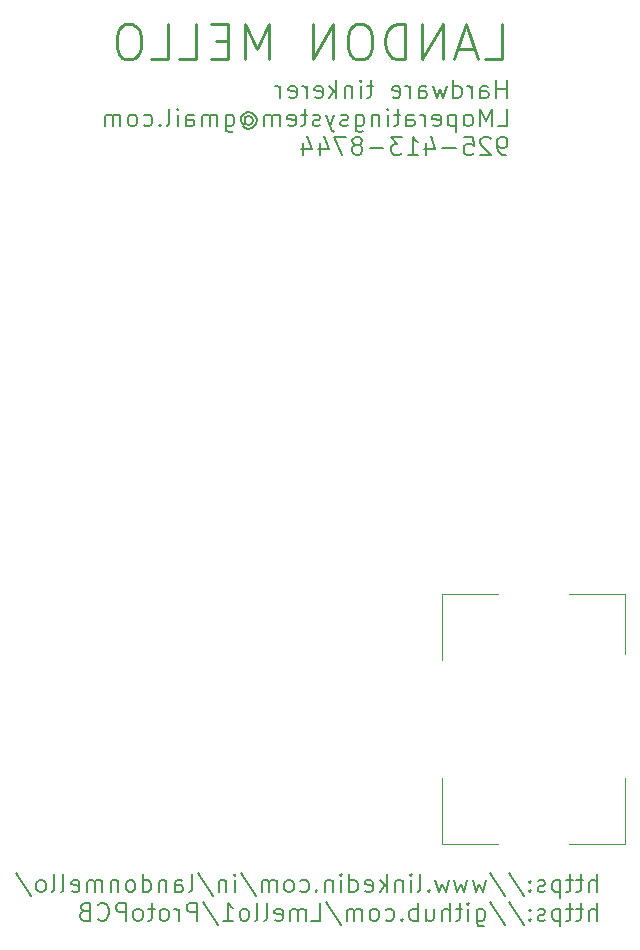
<source format=gbr>
%TF.GenerationSoftware,KiCad,Pcbnew,(6.0.5)*%
%TF.CreationDate,2022-08-28T18:04:00-07:00*%
%TF.ProjectId,PCBbuscard,50434262-7573-4636-9172-642e6b696361,rev?*%
%TF.SameCoordinates,Original*%
%TF.FileFunction,Legend,Bot*%
%TF.FilePolarity,Positive*%
%FSLAX46Y46*%
G04 Gerber Fmt 4.6, Leading zero omitted, Abs format (unit mm)*
G04 Created by KiCad (PCBNEW (6.0.5)) date 2022-08-28 18:04:00*
%MOMM*%
%LPD*%
G01*
G04 APERTURE LIST*
%ADD10C,0.250000*%
%ADD11C,0.150000*%
%ADD12C,0.254000*%
%ADD13C,0.100000*%
%ADD14C,2.200000*%
%ADD15C,17.800000*%
%ADD16R,5.100000X2.500000*%
%ADD17R,1.000000X1.000000*%
G04 APERTURE END LIST*
D10*
X175494642Y-52157142D02*
X176923214Y-52157142D01*
X176923214Y-49157142D01*
X174637500Y-51300000D02*
X173208928Y-51300000D01*
X174923214Y-52157142D02*
X173923214Y-49157142D01*
X172923214Y-52157142D01*
X171923214Y-52157142D02*
X171923214Y-49157142D01*
X170208928Y-52157142D01*
X170208928Y-49157142D01*
X168780357Y-52157142D02*
X168780357Y-49157142D01*
X168066071Y-49157142D01*
X167637500Y-49300000D01*
X167351785Y-49585714D01*
X167208928Y-49871428D01*
X167066071Y-50442857D01*
X167066071Y-50871428D01*
X167208928Y-51442857D01*
X167351785Y-51728571D01*
X167637500Y-52014285D01*
X168066071Y-52157142D01*
X168780357Y-52157142D01*
X165208928Y-49157142D02*
X164637500Y-49157142D01*
X164351785Y-49300000D01*
X164066071Y-49585714D01*
X163923214Y-50157142D01*
X163923214Y-51157142D01*
X164066071Y-51728571D01*
X164351785Y-52014285D01*
X164637500Y-52157142D01*
X165208928Y-52157142D01*
X165494642Y-52014285D01*
X165780357Y-51728571D01*
X165923214Y-51157142D01*
X165923214Y-50157142D01*
X165780357Y-49585714D01*
X165494642Y-49300000D01*
X165208928Y-49157142D01*
X162637500Y-52157142D02*
X162637500Y-49157142D01*
X160923214Y-52157142D01*
X160923214Y-49157142D01*
X157208928Y-52157142D02*
X157208928Y-49157142D01*
X156208928Y-51300000D01*
X155208928Y-49157142D01*
X155208928Y-52157142D01*
X153780357Y-50585714D02*
X152780357Y-50585714D01*
X152351785Y-52157142D02*
X153780357Y-52157142D01*
X153780357Y-49157142D01*
X152351785Y-49157142D01*
X149637500Y-52157142D02*
X151066071Y-52157142D01*
X151066071Y-49157142D01*
X147208928Y-52157142D02*
X148637500Y-52157142D01*
X148637500Y-49157142D01*
X145637500Y-49157142D02*
X145066071Y-49157142D01*
X144780357Y-49300000D01*
X144494642Y-49585714D01*
X144351785Y-50157142D01*
X144351785Y-51157142D01*
X144494642Y-51728571D01*
X144780357Y-52014285D01*
X145066071Y-52157142D01*
X145637500Y-52157142D01*
X145923214Y-52014285D01*
X146208928Y-51728571D01*
X146351785Y-51157142D01*
X146351785Y-50157142D01*
X146208928Y-49585714D01*
X145923214Y-49300000D01*
X145637500Y-49157142D01*
D11*
X184965357Y-122661071D02*
X184965357Y-121161071D01*
X184322500Y-122661071D02*
X184322500Y-121875357D01*
X184393928Y-121732500D01*
X184536785Y-121661071D01*
X184751071Y-121661071D01*
X184893928Y-121732500D01*
X184965357Y-121803928D01*
X183822500Y-121661071D02*
X183251071Y-121661071D01*
X183608214Y-121161071D02*
X183608214Y-122446785D01*
X183536785Y-122589642D01*
X183393928Y-122661071D01*
X183251071Y-122661071D01*
X182965357Y-121661071D02*
X182393928Y-121661071D01*
X182751071Y-121161071D02*
X182751071Y-122446785D01*
X182679642Y-122589642D01*
X182536785Y-122661071D01*
X182393928Y-122661071D01*
X181893928Y-121661071D02*
X181893928Y-123161071D01*
X181893928Y-121732500D02*
X181751071Y-121661071D01*
X181465357Y-121661071D01*
X181322500Y-121732500D01*
X181251071Y-121803928D01*
X181179642Y-121946785D01*
X181179642Y-122375357D01*
X181251071Y-122518214D01*
X181322500Y-122589642D01*
X181465357Y-122661071D01*
X181751071Y-122661071D01*
X181893928Y-122589642D01*
X180608214Y-122589642D02*
X180465357Y-122661071D01*
X180179642Y-122661071D01*
X180036785Y-122589642D01*
X179965357Y-122446785D01*
X179965357Y-122375357D01*
X180036785Y-122232500D01*
X180179642Y-122161071D01*
X180393928Y-122161071D01*
X180536785Y-122089642D01*
X180608214Y-121946785D01*
X180608214Y-121875357D01*
X180536785Y-121732500D01*
X180393928Y-121661071D01*
X180179642Y-121661071D01*
X180036785Y-121732500D01*
X179322500Y-122518214D02*
X179251071Y-122589642D01*
X179322500Y-122661071D01*
X179393928Y-122589642D01*
X179322500Y-122518214D01*
X179322500Y-122661071D01*
X179322500Y-121732500D02*
X179251071Y-121803928D01*
X179322500Y-121875357D01*
X179393928Y-121803928D01*
X179322500Y-121732500D01*
X179322500Y-121875357D01*
X177536785Y-121089642D02*
X178822500Y-123018214D01*
X175965357Y-121089642D02*
X177251071Y-123018214D01*
X175608214Y-121661071D02*
X175322499Y-122661071D01*
X175036785Y-121946785D01*
X174751071Y-122661071D01*
X174465357Y-121661071D01*
X174036785Y-121661071D02*
X173751071Y-122661071D01*
X173465357Y-121946785D01*
X173179642Y-122661071D01*
X172893928Y-121661071D01*
X172465357Y-121661071D02*
X172179642Y-122661071D01*
X171893928Y-121946785D01*
X171608214Y-122661071D01*
X171322499Y-121661071D01*
X170751071Y-122518214D02*
X170679642Y-122589642D01*
X170751071Y-122661071D01*
X170822499Y-122589642D01*
X170751071Y-122518214D01*
X170751071Y-122661071D01*
X169822499Y-122661071D02*
X169965357Y-122589642D01*
X170036785Y-122446785D01*
X170036785Y-121161071D01*
X169251071Y-122661071D02*
X169251071Y-121661071D01*
X169251071Y-121161071D02*
X169322499Y-121232500D01*
X169251071Y-121303928D01*
X169179642Y-121232500D01*
X169251071Y-121161071D01*
X169251071Y-121303928D01*
X168536785Y-121661071D02*
X168536785Y-122661071D01*
X168536785Y-121803928D02*
X168465357Y-121732500D01*
X168322499Y-121661071D01*
X168108214Y-121661071D01*
X167965357Y-121732500D01*
X167893928Y-121875357D01*
X167893928Y-122661071D01*
X167179642Y-122661071D02*
X167179642Y-121161071D01*
X167036785Y-122089642D02*
X166608214Y-122661071D01*
X166608214Y-121661071D02*
X167179642Y-122232500D01*
X165393928Y-122589642D02*
X165536785Y-122661071D01*
X165822499Y-122661071D01*
X165965357Y-122589642D01*
X166036785Y-122446785D01*
X166036785Y-121875357D01*
X165965357Y-121732500D01*
X165822499Y-121661071D01*
X165536785Y-121661071D01*
X165393928Y-121732500D01*
X165322499Y-121875357D01*
X165322499Y-122018214D01*
X166036785Y-122161071D01*
X164036785Y-122661071D02*
X164036785Y-121161071D01*
X164036785Y-122589642D02*
X164179642Y-122661071D01*
X164465357Y-122661071D01*
X164608214Y-122589642D01*
X164679642Y-122518214D01*
X164751071Y-122375357D01*
X164751071Y-121946785D01*
X164679642Y-121803928D01*
X164608214Y-121732500D01*
X164465357Y-121661071D01*
X164179642Y-121661071D01*
X164036785Y-121732500D01*
X163322499Y-122661071D02*
X163322499Y-121661071D01*
X163322499Y-121161071D02*
X163393928Y-121232500D01*
X163322499Y-121303928D01*
X163251071Y-121232500D01*
X163322499Y-121161071D01*
X163322499Y-121303928D01*
X162608214Y-121661071D02*
X162608214Y-122661071D01*
X162608214Y-121803928D02*
X162536785Y-121732500D01*
X162393928Y-121661071D01*
X162179642Y-121661071D01*
X162036785Y-121732500D01*
X161965357Y-121875357D01*
X161965357Y-122661071D01*
X161251071Y-122518214D02*
X161179642Y-122589642D01*
X161251071Y-122661071D01*
X161322499Y-122589642D01*
X161251071Y-122518214D01*
X161251071Y-122661071D01*
X159893928Y-122589642D02*
X160036785Y-122661071D01*
X160322499Y-122661071D01*
X160465357Y-122589642D01*
X160536785Y-122518214D01*
X160608214Y-122375357D01*
X160608214Y-121946785D01*
X160536785Y-121803928D01*
X160465357Y-121732500D01*
X160322499Y-121661071D01*
X160036785Y-121661071D01*
X159893928Y-121732500D01*
X159036785Y-122661071D02*
X159179642Y-122589642D01*
X159251071Y-122518214D01*
X159322499Y-122375357D01*
X159322499Y-121946785D01*
X159251071Y-121803928D01*
X159179642Y-121732500D01*
X159036785Y-121661071D01*
X158822499Y-121661071D01*
X158679642Y-121732500D01*
X158608214Y-121803928D01*
X158536785Y-121946785D01*
X158536785Y-122375357D01*
X158608214Y-122518214D01*
X158679642Y-122589642D01*
X158822499Y-122661071D01*
X159036785Y-122661071D01*
X157893928Y-122661071D02*
X157893928Y-121661071D01*
X157893928Y-121803928D02*
X157822499Y-121732500D01*
X157679642Y-121661071D01*
X157465357Y-121661071D01*
X157322499Y-121732500D01*
X157251071Y-121875357D01*
X157251071Y-122661071D01*
X157251071Y-121875357D02*
X157179642Y-121732500D01*
X157036785Y-121661071D01*
X156822499Y-121661071D01*
X156679642Y-121732500D01*
X156608214Y-121875357D01*
X156608214Y-122661071D01*
X154822499Y-121089642D02*
X156108214Y-123018214D01*
X154322499Y-122661071D02*
X154322499Y-121661071D01*
X154322499Y-121161071D02*
X154393928Y-121232500D01*
X154322499Y-121303928D01*
X154251071Y-121232500D01*
X154322499Y-121161071D01*
X154322499Y-121303928D01*
X153608214Y-121661071D02*
X153608214Y-122661071D01*
X153608214Y-121803928D02*
X153536785Y-121732500D01*
X153393928Y-121661071D01*
X153179642Y-121661071D01*
X153036785Y-121732500D01*
X152965357Y-121875357D01*
X152965357Y-122661071D01*
X151179642Y-121089642D02*
X152465357Y-123018214D01*
X150465357Y-122661071D02*
X150608214Y-122589642D01*
X150679642Y-122446785D01*
X150679642Y-121161071D01*
X149251071Y-122661071D02*
X149251071Y-121875357D01*
X149322499Y-121732500D01*
X149465357Y-121661071D01*
X149751071Y-121661071D01*
X149893928Y-121732500D01*
X149251071Y-122589642D02*
X149393928Y-122661071D01*
X149751071Y-122661071D01*
X149893928Y-122589642D01*
X149965357Y-122446785D01*
X149965357Y-122303928D01*
X149893928Y-122161071D01*
X149751071Y-122089642D01*
X149393928Y-122089642D01*
X149251071Y-122018214D01*
X148536785Y-121661071D02*
X148536785Y-122661071D01*
X148536785Y-121803928D02*
X148465357Y-121732500D01*
X148322499Y-121661071D01*
X148108214Y-121661071D01*
X147965357Y-121732500D01*
X147893928Y-121875357D01*
X147893928Y-122661071D01*
X146536785Y-122661071D02*
X146536785Y-121161071D01*
X146536785Y-122589642D02*
X146679642Y-122661071D01*
X146965357Y-122661071D01*
X147108214Y-122589642D01*
X147179642Y-122518214D01*
X147251071Y-122375357D01*
X147251071Y-121946785D01*
X147179642Y-121803928D01*
X147108214Y-121732500D01*
X146965357Y-121661071D01*
X146679642Y-121661071D01*
X146536785Y-121732500D01*
X145608214Y-122661071D02*
X145751071Y-122589642D01*
X145822499Y-122518214D01*
X145893928Y-122375357D01*
X145893928Y-121946785D01*
X145822499Y-121803928D01*
X145751071Y-121732500D01*
X145608214Y-121661071D01*
X145393928Y-121661071D01*
X145251071Y-121732500D01*
X145179642Y-121803928D01*
X145108214Y-121946785D01*
X145108214Y-122375357D01*
X145179642Y-122518214D01*
X145251071Y-122589642D01*
X145393928Y-122661071D01*
X145608214Y-122661071D01*
X144465357Y-121661071D02*
X144465357Y-122661071D01*
X144465357Y-121803928D02*
X144393928Y-121732500D01*
X144251071Y-121661071D01*
X144036785Y-121661071D01*
X143893928Y-121732500D01*
X143822499Y-121875357D01*
X143822499Y-122661071D01*
X143108214Y-122661071D02*
X143108214Y-121661071D01*
X143108214Y-121803928D02*
X143036785Y-121732500D01*
X142893928Y-121661071D01*
X142679642Y-121661071D01*
X142536785Y-121732500D01*
X142465357Y-121875357D01*
X142465357Y-122661071D01*
X142465357Y-121875357D02*
X142393928Y-121732500D01*
X142251071Y-121661071D01*
X142036785Y-121661071D01*
X141893928Y-121732500D01*
X141822499Y-121875357D01*
X141822499Y-122661071D01*
X140536785Y-122589642D02*
X140679642Y-122661071D01*
X140965357Y-122661071D01*
X141108214Y-122589642D01*
X141179642Y-122446785D01*
X141179642Y-121875357D01*
X141108214Y-121732500D01*
X140965357Y-121661071D01*
X140679642Y-121661071D01*
X140536785Y-121732500D01*
X140465357Y-121875357D01*
X140465357Y-122018214D01*
X141179642Y-122161071D01*
X139608214Y-122661071D02*
X139751071Y-122589642D01*
X139822499Y-122446785D01*
X139822499Y-121161071D01*
X138822499Y-122661071D02*
X138965357Y-122589642D01*
X139036785Y-122446785D01*
X139036785Y-121161071D01*
X138036785Y-122661071D02*
X138179642Y-122589642D01*
X138251071Y-122518214D01*
X138322499Y-122375357D01*
X138322499Y-121946785D01*
X138251071Y-121803928D01*
X138179642Y-121732500D01*
X138036785Y-121661071D01*
X137822499Y-121661071D01*
X137679642Y-121732500D01*
X137608214Y-121803928D01*
X137536785Y-121946785D01*
X137536785Y-122375357D01*
X137608214Y-122518214D01*
X137679642Y-122589642D01*
X137822499Y-122661071D01*
X138036785Y-122661071D01*
X135822499Y-121089642D02*
X137108214Y-123018214D01*
X184965357Y-125076071D02*
X184965357Y-123576071D01*
X184322500Y-125076071D02*
X184322500Y-124290357D01*
X184393928Y-124147500D01*
X184536785Y-124076071D01*
X184751071Y-124076071D01*
X184893928Y-124147500D01*
X184965357Y-124218928D01*
X183822500Y-124076071D02*
X183251071Y-124076071D01*
X183608214Y-123576071D02*
X183608214Y-124861785D01*
X183536785Y-125004642D01*
X183393928Y-125076071D01*
X183251071Y-125076071D01*
X182965357Y-124076071D02*
X182393928Y-124076071D01*
X182751071Y-123576071D02*
X182751071Y-124861785D01*
X182679642Y-125004642D01*
X182536785Y-125076071D01*
X182393928Y-125076071D01*
X181893928Y-124076071D02*
X181893928Y-125576071D01*
X181893928Y-124147500D02*
X181751071Y-124076071D01*
X181465357Y-124076071D01*
X181322500Y-124147500D01*
X181251071Y-124218928D01*
X181179642Y-124361785D01*
X181179642Y-124790357D01*
X181251071Y-124933214D01*
X181322500Y-125004642D01*
X181465357Y-125076071D01*
X181751071Y-125076071D01*
X181893928Y-125004642D01*
X180608214Y-125004642D02*
X180465357Y-125076071D01*
X180179642Y-125076071D01*
X180036785Y-125004642D01*
X179965357Y-124861785D01*
X179965357Y-124790357D01*
X180036785Y-124647500D01*
X180179642Y-124576071D01*
X180393928Y-124576071D01*
X180536785Y-124504642D01*
X180608214Y-124361785D01*
X180608214Y-124290357D01*
X180536785Y-124147500D01*
X180393928Y-124076071D01*
X180179642Y-124076071D01*
X180036785Y-124147500D01*
X179322500Y-124933214D02*
X179251071Y-125004642D01*
X179322500Y-125076071D01*
X179393928Y-125004642D01*
X179322500Y-124933214D01*
X179322500Y-125076071D01*
X179322500Y-124147500D02*
X179251071Y-124218928D01*
X179322500Y-124290357D01*
X179393928Y-124218928D01*
X179322500Y-124147500D01*
X179322500Y-124290357D01*
X177536785Y-123504642D02*
X178822500Y-125433214D01*
X175965357Y-123504642D02*
X177251071Y-125433214D01*
X174822500Y-124076071D02*
X174822500Y-125290357D01*
X174893928Y-125433214D01*
X174965357Y-125504642D01*
X175108214Y-125576071D01*
X175322500Y-125576071D01*
X175465357Y-125504642D01*
X174822500Y-125004642D02*
X174965357Y-125076071D01*
X175251071Y-125076071D01*
X175393928Y-125004642D01*
X175465357Y-124933214D01*
X175536785Y-124790357D01*
X175536785Y-124361785D01*
X175465357Y-124218928D01*
X175393928Y-124147500D01*
X175251071Y-124076071D01*
X174965357Y-124076071D01*
X174822500Y-124147500D01*
X174108214Y-125076071D02*
X174108214Y-124076071D01*
X174108214Y-123576071D02*
X174179642Y-123647500D01*
X174108214Y-123718928D01*
X174036785Y-123647500D01*
X174108214Y-123576071D01*
X174108214Y-123718928D01*
X173608214Y-124076071D02*
X173036785Y-124076071D01*
X173393928Y-123576071D02*
X173393928Y-124861785D01*
X173322500Y-125004642D01*
X173179642Y-125076071D01*
X173036785Y-125076071D01*
X172536785Y-125076071D02*
X172536785Y-123576071D01*
X171893928Y-125076071D02*
X171893928Y-124290357D01*
X171965357Y-124147500D01*
X172108214Y-124076071D01*
X172322500Y-124076071D01*
X172465357Y-124147500D01*
X172536785Y-124218928D01*
X170536785Y-124076071D02*
X170536785Y-125076071D01*
X171179642Y-124076071D02*
X171179642Y-124861785D01*
X171108214Y-125004642D01*
X170965357Y-125076071D01*
X170751071Y-125076071D01*
X170608214Y-125004642D01*
X170536785Y-124933214D01*
X169822500Y-125076071D02*
X169822500Y-123576071D01*
X169822500Y-124147500D02*
X169679642Y-124076071D01*
X169393928Y-124076071D01*
X169251071Y-124147500D01*
X169179642Y-124218928D01*
X169108214Y-124361785D01*
X169108214Y-124790357D01*
X169179642Y-124933214D01*
X169251071Y-125004642D01*
X169393928Y-125076071D01*
X169679642Y-125076071D01*
X169822500Y-125004642D01*
X168465357Y-124933214D02*
X168393928Y-125004642D01*
X168465357Y-125076071D01*
X168536785Y-125004642D01*
X168465357Y-124933214D01*
X168465357Y-125076071D01*
X167108214Y-125004642D02*
X167251071Y-125076071D01*
X167536785Y-125076071D01*
X167679642Y-125004642D01*
X167751071Y-124933214D01*
X167822500Y-124790357D01*
X167822500Y-124361785D01*
X167751071Y-124218928D01*
X167679642Y-124147500D01*
X167536785Y-124076071D01*
X167251071Y-124076071D01*
X167108214Y-124147500D01*
X166251071Y-125076071D02*
X166393928Y-125004642D01*
X166465357Y-124933214D01*
X166536785Y-124790357D01*
X166536785Y-124361785D01*
X166465357Y-124218928D01*
X166393928Y-124147500D01*
X166251071Y-124076071D01*
X166036785Y-124076071D01*
X165893928Y-124147500D01*
X165822500Y-124218928D01*
X165751071Y-124361785D01*
X165751071Y-124790357D01*
X165822500Y-124933214D01*
X165893928Y-125004642D01*
X166036785Y-125076071D01*
X166251071Y-125076071D01*
X165108214Y-125076071D02*
X165108214Y-124076071D01*
X165108214Y-124218928D02*
X165036785Y-124147500D01*
X164893928Y-124076071D01*
X164679642Y-124076071D01*
X164536785Y-124147500D01*
X164465357Y-124290357D01*
X164465357Y-125076071D01*
X164465357Y-124290357D02*
X164393928Y-124147500D01*
X164251071Y-124076071D01*
X164036785Y-124076071D01*
X163893928Y-124147500D01*
X163822500Y-124290357D01*
X163822500Y-125076071D01*
X162036785Y-123504642D02*
X163322500Y-125433214D01*
X160822500Y-125076071D02*
X161536785Y-125076071D01*
X161536785Y-123576071D01*
X160322500Y-125076071D02*
X160322500Y-124076071D01*
X160322500Y-124218928D02*
X160251071Y-124147500D01*
X160108214Y-124076071D01*
X159893928Y-124076071D01*
X159751071Y-124147500D01*
X159679642Y-124290357D01*
X159679642Y-125076071D01*
X159679642Y-124290357D02*
X159608214Y-124147500D01*
X159465357Y-124076071D01*
X159251071Y-124076071D01*
X159108214Y-124147500D01*
X159036785Y-124290357D01*
X159036785Y-125076071D01*
X157751071Y-125004642D02*
X157893928Y-125076071D01*
X158179642Y-125076071D01*
X158322500Y-125004642D01*
X158393928Y-124861785D01*
X158393928Y-124290357D01*
X158322500Y-124147500D01*
X158179642Y-124076071D01*
X157893928Y-124076071D01*
X157751071Y-124147500D01*
X157679642Y-124290357D01*
X157679642Y-124433214D01*
X158393928Y-124576071D01*
X156822500Y-125076071D02*
X156965357Y-125004642D01*
X157036785Y-124861785D01*
X157036785Y-123576071D01*
X156036785Y-125076071D02*
X156179642Y-125004642D01*
X156251071Y-124861785D01*
X156251071Y-123576071D01*
X155251071Y-125076071D02*
X155393928Y-125004642D01*
X155465357Y-124933214D01*
X155536785Y-124790357D01*
X155536785Y-124361785D01*
X155465357Y-124218928D01*
X155393928Y-124147500D01*
X155251071Y-124076071D01*
X155036785Y-124076071D01*
X154893928Y-124147500D01*
X154822500Y-124218928D01*
X154751071Y-124361785D01*
X154751071Y-124790357D01*
X154822500Y-124933214D01*
X154893928Y-125004642D01*
X155036785Y-125076071D01*
X155251071Y-125076071D01*
X153322500Y-125076071D02*
X154179642Y-125076071D01*
X153751071Y-125076071D02*
X153751071Y-123576071D01*
X153893928Y-123790357D01*
X154036785Y-123933214D01*
X154179642Y-124004642D01*
X151608214Y-123504642D02*
X152893928Y-125433214D01*
X151108214Y-125076071D02*
X151108214Y-123576071D01*
X150536785Y-123576071D01*
X150393928Y-123647500D01*
X150322500Y-123718928D01*
X150251071Y-123861785D01*
X150251071Y-124076071D01*
X150322500Y-124218928D01*
X150393928Y-124290357D01*
X150536785Y-124361785D01*
X151108214Y-124361785D01*
X149608214Y-125076071D02*
X149608214Y-124076071D01*
X149608214Y-124361785D02*
X149536785Y-124218928D01*
X149465357Y-124147500D01*
X149322500Y-124076071D01*
X149179642Y-124076071D01*
X148465357Y-125076071D02*
X148608214Y-125004642D01*
X148679642Y-124933214D01*
X148751071Y-124790357D01*
X148751071Y-124361785D01*
X148679642Y-124218928D01*
X148608214Y-124147500D01*
X148465357Y-124076071D01*
X148251071Y-124076071D01*
X148108214Y-124147500D01*
X148036785Y-124218928D01*
X147965357Y-124361785D01*
X147965357Y-124790357D01*
X148036785Y-124933214D01*
X148108214Y-125004642D01*
X148251071Y-125076071D01*
X148465357Y-125076071D01*
X147536785Y-124076071D02*
X146965357Y-124076071D01*
X147322500Y-123576071D02*
X147322500Y-124861785D01*
X147251071Y-125004642D01*
X147108214Y-125076071D01*
X146965357Y-125076071D01*
X146251071Y-125076071D02*
X146393928Y-125004642D01*
X146465357Y-124933214D01*
X146536785Y-124790357D01*
X146536785Y-124361785D01*
X146465357Y-124218928D01*
X146393928Y-124147500D01*
X146251071Y-124076071D01*
X146036785Y-124076071D01*
X145893928Y-124147500D01*
X145822500Y-124218928D01*
X145751071Y-124361785D01*
X145751071Y-124790357D01*
X145822500Y-124933214D01*
X145893928Y-125004642D01*
X146036785Y-125076071D01*
X146251071Y-125076071D01*
X145108214Y-125076071D02*
X145108214Y-123576071D01*
X144536785Y-123576071D01*
X144393928Y-123647500D01*
X144322500Y-123718928D01*
X144251071Y-123861785D01*
X144251071Y-124076071D01*
X144322500Y-124218928D01*
X144393928Y-124290357D01*
X144536785Y-124361785D01*
X145108214Y-124361785D01*
X142751071Y-124933214D02*
X142822500Y-125004642D01*
X143036785Y-125076071D01*
X143179642Y-125076071D01*
X143393928Y-125004642D01*
X143536785Y-124861785D01*
X143608214Y-124718928D01*
X143679642Y-124433214D01*
X143679642Y-124218928D01*
X143608214Y-123933214D01*
X143536785Y-123790357D01*
X143393928Y-123647500D01*
X143179642Y-123576071D01*
X143036785Y-123576071D01*
X142822500Y-123647500D01*
X142751071Y-123718928D01*
X141608214Y-124290357D02*
X141393928Y-124361785D01*
X141322500Y-124433214D01*
X141251071Y-124576071D01*
X141251071Y-124790357D01*
X141322500Y-124933214D01*
X141393928Y-125004642D01*
X141536785Y-125076071D01*
X142108214Y-125076071D01*
X142108214Y-123576071D01*
X141608214Y-123576071D01*
X141465357Y-123647500D01*
X141393928Y-123718928D01*
X141322500Y-123861785D01*
X141322500Y-124004642D01*
X141393928Y-124147500D01*
X141465357Y-124218928D01*
X141608214Y-124290357D01*
X142108214Y-124290357D01*
X177345357Y-55413571D02*
X177345357Y-53913571D01*
X177345357Y-54627857D02*
X176488214Y-54627857D01*
X176488214Y-55413571D02*
X176488214Y-53913571D01*
X175131071Y-55413571D02*
X175131071Y-54627857D01*
X175202500Y-54485000D01*
X175345357Y-54413571D01*
X175631071Y-54413571D01*
X175773928Y-54485000D01*
X175131071Y-55342142D02*
X175273928Y-55413571D01*
X175631071Y-55413571D01*
X175773928Y-55342142D01*
X175845357Y-55199285D01*
X175845357Y-55056428D01*
X175773928Y-54913571D01*
X175631071Y-54842142D01*
X175273928Y-54842142D01*
X175131071Y-54770714D01*
X174416785Y-55413571D02*
X174416785Y-54413571D01*
X174416785Y-54699285D02*
X174345357Y-54556428D01*
X174273928Y-54485000D01*
X174131071Y-54413571D01*
X173988214Y-54413571D01*
X172845357Y-55413571D02*
X172845357Y-53913571D01*
X172845357Y-55342142D02*
X172988214Y-55413571D01*
X173273928Y-55413571D01*
X173416785Y-55342142D01*
X173488214Y-55270714D01*
X173559642Y-55127857D01*
X173559642Y-54699285D01*
X173488214Y-54556428D01*
X173416785Y-54485000D01*
X173273928Y-54413571D01*
X172988214Y-54413571D01*
X172845357Y-54485000D01*
X172273928Y-54413571D02*
X171988214Y-55413571D01*
X171702500Y-54699285D01*
X171416785Y-55413571D01*
X171131071Y-54413571D01*
X169916785Y-55413571D02*
X169916785Y-54627857D01*
X169988214Y-54485000D01*
X170131071Y-54413571D01*
X170416785Y-54413571D01*
X170559642Y-54485000D01*
X169916785Y-55342142D02*
X170059642Y-55413571D01*
X170416785Y-55413571D01*
X170559642Y-55342142D01*
X170631071Y-55199285D01*
X170631071Y-55056428D01*
X170559642Y-54913571D01*
X170416785Y-54842142D01*
X170059642Y-54842142D01*
X169916785Y-54770714D01*
X169202500Y-55413571D02*
X169202500Y-54413571D01*
X169202500Y-54699285D02*
X169131071Y-54556428D01*
X169059642Y-54485000D01*
X168916785Y-54413571D01*
X168773928Y-54413571D01*
X167702500Y-55342142D02*
X167845357Y-55413571D01*
X168131071Y-55413571D01*
X168273928Y-55342142D01*
X168345357Y-55199285D01*
X168345357Y-54627857D01*
X168273928Y-54485000D01*
X168131071Y-54413571D01*
X167845357Y-54413571D01*
X167702500Y-54485000D01*
X167631071Y-54627857D01*
X167631071Y-54770714D01*
X168345357Y-54913571D01*
X166059642Y-54413571D02*
X165488214Y-54413571D01*
X165845357Y-53913571D02*
X165845357Y-55199285D01*
X165773928Y-55342142D01*
X165631071Y-55413571D01*
X165488214Y-55413571D01*
X164988214Y-55413571D02*
X164988214Y-54413571D01*
X164988214Y-53913571D02*
X165059642Y-53985000D01*
X164988214Y-54056428D01*
X164916785Y-53985000D01*
X164988214Y-53913571D01*
X164988214Y-54056428D01*
X164273928Y-54413571D02*
X164273928Y-55413571D01*
X164273928Y-54556428D02*
X164202500Y-54485000D01*
X164059642Y-54413571D01*
X163845357Y-54413571D01*
X163702500Y-54485000D01*
X163631071Y-54627857D01*
X163631071Y-55413571D01*
X162916785Y-55413571D02*
X162916785Y-53913571D01*
X162773928Y-54842142D02*
X162345357Y-55413571D01*
X162345357Y-54413571D02*
X162916785Y-54985000D01*
X161131071Y-55342142D02*
X161273928Y-55413571D01*
X161559642Y-55413571D01*
X161702500Y-55342142D01*
X161773928Y-55199285D01*
X161773928Y-54627857D01*
X161702500Y-54485000D01*
X161559642Y-54413571D01*
X161273928Y-54413571D01*
X161131071Y-54485000D01*
X161059642Y-54627857D01*
X161059642Y-54770714D01*
X161773928Y-54913571D01*
X160416785Y-55413571D02*
X160416785Y-54413571D01*
X160416785Y-54699285D02*
X160345357Y-54556428D01*
X160273928Y-54485000D01*
X160131071Y-54413571D01*
X159988214Y-54413571D01*
X158916785Y-55342142D02*
X159059642Y-55413571D01*
X159345357Y-55413571D01*
X159488214Y-55342142D01*
X159559642Y-55199285D01*
X159559642Y-54627857D01*
X159488214Y-54485000D01*
X159345357Y-54413571D01*
X159059642Y-54413571D01*
X158916785Y-54485000D01*
X158845357Y-54627857D01*
X158845357Y-54770714D01*
X159559642Y-54913571D01*
X158202500Y-55413571D02*
X158202500Y-54413571D01*
X158202500Y-54699285D02*
X158131071Y-54556428D01*
X158059642Y-54485000D01*
X157916785Y-54413571D01*
X157773928Y-54413571D01*
X176631071Y-57828571D02*
X177345357Y-57828571D01*
X177345357Y-56328571D01*
X176131071Y-57828571D02*
X176131071Y-56328571D01*
X175631071Y-57400000D01*
X175131071Y-56328571D01*
X175131071Y-57828571D01*
X174202500Y-57828571D02*
X174345357Y-57757142D01*
X174416785Y-57685714D01*
X174488214Y-57542857D01*
X174488214Y-57114285D01*
X174416785Y-56971428D01*
X174345357Y-56900000D01*
X174202500Y-56828571D01*
X173988214Y-56828571D01*
X173845357Y-56900000D01*
X173773928Y-56971428D01*
X173702500Y-57114285D01*
X173702500Y-57542857D01*
X173773928Y-57685714D01*
X173845357Y-57757142D01*
X173988214Y-57828571D01*
X174202500Y-57828571D01*
X173059642Y-56828571D02*
X173059642Y-58328571D01*
X173059642Y-56900000D02*
X172916785Y-56828571D01*
X172631071Y-56828571D01*
X172488214Y-56900000D01*
X172416785Y-56971428D01*
X172345357Y-57114285D01*
X172345357Y-57542857D01*
X172416785Y-57685714D01*
X172488214Y-57757142D01*
X172631071Y-57828571D01*
X172916785Y-57828571D01*
X173059642Y-57757142D01*
X171131071Y-57757142D02*
X171273928Y-57828571D01*
X171559642Y-57828571D01*
X171702500Y-57757142D01*
X171773928Y-57614285D01*
X171773928Y-57042857D01*
X171702500Y-56900000D01*
X171559642Y-56828571D01*
X171273928Y-56828571D01*
X171131071Y-56900000D01*
X171059642Y-57042857D01*
X171059642Y-57185714D01*
X171773928Y-57328571D01*
X170416785Y-57828571D02*
X170416785Y-56828571D01*
X170416785Y-57114285D02*
X170345357Y-56971428D01*
X170273928Y-56900000D01*
X170131071Y-56828571D01*
X169988214Y-56828571D01*
X168845357Y-57828571D02*
X168845357Y-57042857D01*
X168916785Y-56900000D01*
X169059642Y-56828571D01*
X169345357Y-56828571D01*
X169488214Y-56900000D01*
X168845357Y-57757142D02*
X168988214Y-57828571D01*
X169345357Y-57828571D01*
X169488214Y-57757142D01*
X169559642Y-57614285D01*
X169559642Y-57471428D01*
X169488214Y-57328571D01*
X169345357Y-57257142D01*
X168988214Y-57257142D01*
X168845357Y-57185714D01*
X168345357Y-56828571D02*
X167773928Y-56828571D01*
X168131071Y-56328571D02*
X168131071Y-57614285D01*
X168059642Y-57757142D01*
X167916785Y-57828571D01*
X167773928Y-57828571D01*
X167273928Y-57828571D02*
X167273928Y-56828571D01*
X167273928Y-56328571D02*
X167345357Y-56400000D01*
X167273928Y-56471428D01*
X167202500Y-56400000D01*
X167273928Y-56328571D01*
X167273928Y-56471428D01*
X166559642Y-56828571D02*
X166559642Y-57828571D01*
X166559642Y-56971428D02*
X166488214Y-56900000D01*
X166345357Y-56828571D01*
X166131071Y-56828571D01*
X165988214Y-56900000D01*
X165916785Y-57042857D01*
X165916785Y-57828571D01*
X164559642Y-56828571D02*
X164559642Y-58042857D01*
X164631071Y-58185714D01*
X164702500Y-58257142D01*
X164845357Y-58328571D01*
X165059642Y-58328571D01*
X165202500Y-58257142D01*
X164559642Y-57757142D02*
X164702500Y-57828571D01*
X164988214Y-57828571D01*
X165131071Y-57757142D01*
X165202500Y-57685714D01*
X165273928Y-57542857D01*
X165273928Y-57114285D01*
X165202500Y-56971428D01*
X165131071Y-56900000D01*
X164988214Y-56828571D01*
X164702500Y-56828571D01*
X164559642Y-56900000D01*
X163916785Y-57757142D02*
X163773928Y-57828571D01*
X163488214Y-57828571D01*
X163345357Y-57757142D01*
X163273928Y-57614285D01*
X163273928Y-57542857D01*
X163345357Y-57400000D01*
X163488214Y-57328571D01*
X163702500Y-57328571D01*
X163845357Y-57257142D01*
X163916785Y-57114285D01*
X163916785Y-57042857D01*
X163845357Y-56900000D01*
X163702500Y-56828571D01*
X163488214Y-56828571D01*
X163345357Y-56900000D01*
X162773928Y-56828571D02*
X162416785Y-57828571D01*
X162059642Y-56828571D02*
X162416785Y-57828571D01*
X162559642Y-58185714D01*
X162631071Y-58257142D01*
X162773928Y-58328571D01*
X161559642Y-57757142D02*
X161416785Y-57828571D01*
X161131071Y-57828571D01*
X160988214Y-57757142D01*
X160916785Y-57614285D01*
X160916785Y-57542857D01*
X160988214Y-57400000D01*
X161131071Y-57328571D01*
X161345357Y-57328571D01*
X161488214Y-57257142D01*
X161559642Y-57114285D01*
X161559642Y-57042857D01*
X161488214Y-56900000D01*
X161345357Y-56828571D01*
X161131071Y-56828571D01*
X160988214Y-56900000D01*
X160488214Y-56828571D02*
X159916785Y-56828571D01*
X160273928Y-56328571D02*
X160273928Y-57614285D01*
X160202500Y-57757142D01*
X160059642Y-57828571D01*
X159916785Y-57828571D01*
X158845357Y-57757142D02*
X158988214Y-57828571D01*
X159273928Y-57828571D01*
X159416785Y-57757142D01*
X159488214Y-57614285D01*
X159488214Y-57042857D01*
X159416785Y-56900000D01*
X159273928Y-56828571D01*
X158988214Y-56828571D01*
X158845357Y-56900000D01*
X158773928Y-57042857D01*
X158773928Y-57185714D01*
X159488214Y-57328571D01*
X158131071Y-57828571D02*
X158131071Y-56828571D01*
X158131071Y-56971428D02*
X158059642Y-56900000D01*
X157916785Y-56828571D01*
X157702500Y-56828571D01*
X157559642Y-56900000D01*
X157488214Y-57042857D01*
X157488214Y-57828571D01*
X157488214Y-57042857D02*
X157416785Y-56900000D01*
X157273928Y-56828571D01*
X157059642Y-56828571D01*
X156916785Y-56900000D01*
X156845357Y-57042857D01*
X156845357Y-57828571D01*
X155202500Y-57114285D02*
X155273928Y-57042857D01*
X155416785Y-56971428D01*
X155559642Y-56971428D01*
X155702500Y-57042857D01*
X155773928Y-57114285D01*
X155845357Y-57257142D01*
X155845357Y-57400000D01*
X155773928Y-57542857D01*
X155702500Y-57614285D01*
X155559642Y-57685714D01*
X155416785Y-57685714D01*
X155273928Y-57614285D01*
X155202500Y-57542857D01*
X155202500Y-56971428D02*
X155202500Y-57542857D01*
X155131071Y-57614285D01*
X155059642Y-57614285D01*
X154916785Y-57542857D01*
X154845357Y-57400000D01*
X154845357Y-57042857D01*
X154988214Y-56828571D01*
X155202500Y-56685714D01*
X155488214Y-56614285D01*
X155773928Y-56685714D01*
X155988214Y-56828571D01*
X156131071Y-57042857D01*
X156202500Y-57328571D01*
X156131071Y-57614285D01*
X155988214Y-57828571D01*
X155773928Y-57971428D01*
X155488214Y-58042857D01*
X155202500Y-57971428D01*
X154988214Y-57828571D01*
X153559642Y-56828571D02*
X153559642Y-58042857D01*
X153631071Y-58185714D01*
X153702500Y-58257142D01*
X153845357Y-58328571D01*
X154059642Y-58328571D01*
X154202500Y-58257142D01*
X153559642Y-57757142D02*
X153702500Y-57828571D01*
X153988214Y-57828571D01*
X154131071Y-57757142D01*
X154202500Y-57685714D01*
X154273928Y-57542857D01*
X154273928Y-57114285D01*
X154202500Y-56971428D01*
X154131071Y-56900000D01*
X153988214Y-56828571D01*
X153702500Y-56828571D01*
X153559642Y-56900000D01*
X152845357Y-57828571D02*
X152845357Y-56828571D01*
X152845357Y-56971428D02*
X152773928Y-56900000D01*
X152631071Y-56828571D01*
X152416785Y-56828571D01*
X152273928Y-56900000D01*
X152202500Y-57042857D01*
X152202500Y-57828571D01*
X152202500Y-57042857D02*
X152131071Y-56900000D01*
X151988214Y-56828571D01*
X151773928Y-56828571D01*
X151631071Y-56900000D01*
X151559642Y-57042857D01*
X151559642Y-57828571D01*
X150202500Y-57828571D02*
X150202500Y-57042857D01*
X150273928Y-56900000D01*
X150416785Y-56828571D01*
X150702500Y-56828571D01*
X150845357Y-56900000D01*
X150202500Y-57757142D02*
X150345357Y-57828571D01*
X150702500Y-57828571D01*
X150845357Y-57757142D01*
X150916785Y-57614285D01*
X150916785Y-57471428D01*
X150845357Y-57328571D01*
X150702500Y-57257142D01*
X150345357Y-57257142D01*
X150202500Y-57185714D01*
X149488214Y-57828571D02*
X149488214Y-56828571D01*
X149488214Y-56328571D02*
X149559642Y-56400000D01*
X149488214Y-56471428D01*
X149416785Y-56400000D01*
X149488214Y-56328571D01*
X149488214Y-56471428D01*
X148559642Y-57828571D02*
X148702500Y-57757142D01*
X148773928Y-57614285D01*
X148773928Y-56328571D01*
X147988214Y-57685714D02*
X147916785Y-57757142D01*
X147988214Y-57828571D01*
X148059642Y-57757142D01*
X147988214Y-57685714D01*
X147988214Y-57828571D01*
X146631071Y-57757142D02*
X146773928Y-57828571D01*
X147059642Y-57828571D01*
X147202500Y-57757142D01*
X147273928Y-57685714D01*
X147345357Y-57542857D01*
X147345357Y-57114285D01*
X147273928Y-56971428D01*
X147202500Y-56900000D01*
X147059642Y-56828571D01*
X146773928Y-56828571D01*
X146631071Y-56900000D01*
X145773928Y-57828571D02*
X145916785Y-57757142D01*
X145988214Y-57685714D01*
X146059642Y-57542857D01*
X146059642Y-57114285D01*
X145988214Y-56971428D01*
X145916785Y-56900000D01*
X145773928Y-56828571D01*
X145559642Y-56828571D01*
X145416785Y-56900000D01*
X145345357Y-56971428D01*
X145273928Y-57114285D01*
X145273928Y-57542857D01*
X145345357Y-57685714D01*
X145416785Y-57757142D01*
X145559642Y-57828571D01*
X145773928Y-57828571D01*
X144631071Y-57828571D02*
X144631071Y-56828571D01*
X144631071Y-56971428D02*
X144559642Y-56900000D01*
X144416785Y-56828571D01*
X144202500Y-56828571D01*
X144059642Y-56900000D01*
X143988214Y-57042857D01*
X143988214Y-57828571D01*
X143988214Y-57042857D02*
X143916785Y-56900000D01*
X143773928Y-56828571D01*
X143559642Y-56828571D01*
X143416785Y-56900000D01*
X143345357Y-57042857D01*
X143345357Y-57828571D01*
X177273928Y-60243571D02*
X176988214Y-60243571D01*
X176845357Y-60172142D01*
X176773928Y-60100714D01*
X176631071Y-59886428D01*
X176559642Y-59600714D01*
X176559642Y-59029285D01*
X176631071Y-58886428D01*
X176702500Y-58815000D01*
X176845357Y-58743571D01*
X177131071Y-58743571D01*
X177273928Y-58815000D01*
X177345357Y-58886428D01*
X177416785Y-59029285D01*
X177416785Y-59386428D01*
X177345357Y-59529285D01*
X177273928Y-59600714D01*
X177131071Y-59672142D01*
X176845357Y-59672142D01*
X176702500Y-59600714D01*
X176631071Y-59529285D01*
X176559642Y-59386428D01*
X175988214Y-58886428D02*
X175916785Y-58815000D01*
X175773928Y-58743571D01*
X175416785Y-58743571D01*
X175273928Y-58815000D01*
X175202500Y-58886428D01*
X175131071Y-59029285D01*
X175131071Y-59172142D01*
X175202500Y-59386428D01*
X176059642Y-60243571D01*
X175131071Y-60243571D01*
X173773928Y-58743571D02*
X174488214Y-58743571D01*
X174559642Y-59457857D01*
X174488214Y-59386428D01*
X174345357Y-59315000D01*
X173988214Y-59315000D01*
X173845357Y-59386428D01*
X173773928Y-59457857D01*
X173702500Y-59600714D01*
X173702500Y-59957857D01*
X173773928Y-60100714D01*
X173845357Y-60172142D01*
X173988214Y-60243571D01*
X174345357Y-60243571D01*
X174488214Y-60172142D01*
X174559642Y-60100714D01*
X173059642Y-59672142D02*
X171916785Y-59672142D01*
X170559642Y-59243571D02*
X170559642Y-60243571D01*
X170916785Y-58672142D02*
X171273928Y-59743571D01*
X170345357Y-59743571D01*
X168988214Y-60243571D02*
X169845357Y-60243571D01*
X169416785Y-60243571D02*
X169416785Y-58743571D01*
X169559642Y-58957857D01*
X169702500Y-59100714D01*
X169845357Y-59172142D01*
X168488214Y-58743571D02*
X167559642Y-58743571D01*
X168059642Y-59315000D01*
X167845357Y-59315000D01*
X167702500Y-59386428D01*
X167631071Y-59457857D01*
X167559642Y-59600714D01*
X167559642Y-59957857D01*
X167631071Y-60100714D01*
X167702500Y-60172142D01*
X167845357Y-60243571D01*
X168273928Y-60243571D01*
X168416785Y-60172142D01*
X168488214Y-60100714D01*
X166916785Y-59672142D02*
X165773928Y-59672142D01*
X164845357Y-59386428D02*
X164988214Y-59315000D01*
X165059642Y-59243571D01*
X165131071Y-59100714D01*
X165131071Y-59029285D01*
X165059642Y-58886428D01*
X164988214Y-58815000D01*
X164845357Y-58743571D01*
X164559642Y-58743571D01*
X164416785Y-58815000D01*
X164345357Y-58886428D01*
X164273928Y-59029285D01*
X164273928Y-59100714D01*
X164345357Y-59243571D01*
X164416785Y-59315000D01*
X164559642Y-59386428D01*
X164845357Y-59386428D01*
X164988214Y-59457857D01*
X165059642Y-59529285D01*
X165131071Y-59672142D01*
X165131071Y-59957857D01*
X165059642Y-60100714D01*
X164988214Y-60172142D01*
X164845357Y-60243571D01*
X164559642Y-60243571D01*
X164416785Y-60172142D01*
X164345357Y-60100714D01*
X164273928Y-59957857D01*
X164273928Y-59672142D01*
X164345357Y-59529285D01*
X164416785Y-59457857D01*
X164559642Y-59386428D01*
X163773928Y-58743571D02*
X162773928Y-58743571D01*
X163416785Y-60243571D01*
X161559642Y-59243571D02*
X161559642Y-60243571D01*
X161916785Y-58672142D02*
X162273928Y-59743571D01*
X161345357Y-59743571D01*
X160131071Y-59243571D02*
X160131071Y-60243571D01*
X160488214Y-58672142D02*
X160845357Y-59743571D01*
X159916785Y-59743571D01*
D12*
%TO.C,U6*%
X178907923Y-107033180D02*
X179936019Y-107033180D01*
X180056971Y-107093657D01*
X180117447Y-107154133D01*
X180177923Y-107275085D01*
X180177923Y-107516990D01*
X180117447Y-107637942D01*
X180056971Y-107698419D01*
X179936019Y-107758895D01*
X178907923Y-107758895D01*
X178907923Y-108907942D02*
X178907923Y-108666038D01*
X178968400Y-108545085D01*
X179028876Y-108484609D01*
X179210304Y-108363657D01*
X179452209Y-108303180D01*
X179936019Y-108303180D01*
X180056971Y-108363657D01*
X180117447Y-108424133D01*
X180177923Y-108545085D01*
X180177923Y-108786990D01*
X180117447Y-108907942D01*
X180056971Y-108968419D01*
X179936019Y-109028895D01*
X179633638Y-109028895D01*
X179512685Y-108968419D01*
X179452209Y-108907942D01*
X179391733Y-108786990D01*
X179391733Y-108545085D01*
X179452209Y-108424133D01*
X179512685Y-108363657D01*
X179633638Y-108303180D01*
D13*
X187353400Y-118550800D02*
X182603400Y-118550800D01*
X187353400Y-113000800D02*
X187353400Y-118550800D01*
X171853400Y-118550800D02*
X176603400Y-118550800D01*
X171853400Y-113000800D02*
X171853400Y-118550800D01*
X187353400Y-97450800D02*
X187353400Y-102500800D01*
X182603400Y-97450800D02*
X187353400Y-97450800D01*
X171853400Y-97450800D02*
X171853400Y-103000800D01*
X176603400Y-97450800D02*
X171853400Y-97450800D01*
%TD*%
%LPC*%
D14*
%TO.C,CLK*%
X153670000Y-106172000D03*
%TD*%
D15*
%TO.C,U6*%
X179603400Y-108000800D03*
D16*
X179603400Y-96550800D03*
X179603400Y-119450800D03*
%TD*%
D17*
%TO.C,TP6*%
X167640000Y-115200000D03*
%TD*%
%TO.C,TP7*%
X158496000Y-102750000D03*
%TD*%
D14*
%TO.C,GND*%
X137000000Y-110500000D03*
%TD*%
%TO.C,VCC*%
X137000000Y-107960000D03*
%TD*%
D17*
%TO.C,TP9*%
X156250000Y-102750000D03*
%TD*%
%TO.C,TP8*%
X153924000Y-102750000D03*
%TD*%
D14*
%TO.C,PROG*%
X137000000Y-105420001D03*
%TD*%
D17*
%TO.C,TP4*%
X152908000Y-116332000D03*
%TD*%
%TO.C,TP5*%
X154940000Y-117348000D03*
%TD*%
M02*

</source>
